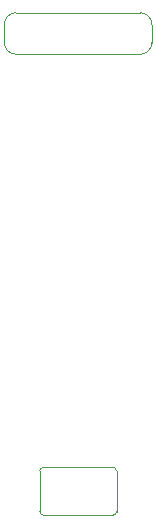
<source format=gbr>
%TF.GenerationSoftware,KiCad,Pcbnew,7.0.4*%
%TF.CreationDate,2023-06-28T13:03:42+02:00*%
%TF.ProjectId,pcb,7063622e-6b69-4636-9164-5f7063625858,rev?*%
%TF.SameCoordinates,Original*%
%TF.FileFunction,Other,User*%
%FSLAX46Y46*%
G04 Gerber Fmt 4.6, Leading zero omitted, Abs format (unit mm)*
G04 Created by KiCad (PCBNEW 7.0.4) date 2023-06-28 13:03:42*
%MOMM*%
%LPD*%
G01*
G04 APERTURE LIST*
%ADD10C,0.050000*%
%ADD11C,0.100000*%
G04 APERTURE END LIST*
D10*
%TO.C,J1*%
X132894000Y-99220000D02*
X132894000Y-95770000D01*
X133194000Y-99520000D02*
X139094000Y-99520000D01*
X139094000Y-95470000D02*
X133194000Y-95470000D01*
X139394000Y-99220000D02*
X139394000Y-95770000D01*
X133194000Y-95470000D02*
G75*
G03*
X132894000Y-95770000I0J-300000D01*
G01*
X132894000Y-99220000D02*
G75*
G03*
X133194000Y-99520000I300000J0D01*
G01*
X139394000Y-95770000D02*
G75*
G03*
X139094000Y-95470000I-300000J0D01*
G01*
X139094000Y-99520000D02*
G75*
G03*
X139394000Y-99220000I0J300000D01*
G01*
D11*
%TO.C,J2*%
X142394000Y-57996000D02*
X142394000Y-59505356D01*
X141394000Y-56979588D02*
X130894000Y-56979588D01*
X130894000Y-60505356D02*
X141394000Y-60505356D01*
X129894000Y-57996000D02*
X129894000Y-59505356D01*
X141394000Y-60505356D02*
G75*
G03*
X142394000Y-59505356I-3J1000003D01*
G01*
X142394000Y-57979588D02*
G75*
G03*
X141394000Y-56979588I-1000003J-3D01*
G01*
X129893994Y-59505356D02*
G75*
G03*
X130894000Y-60505356I1000016J16D01*
G01*
X130894000Y-56979590D02*
G75*
G03*
X129894000Y-57979588I20J-1000020D01*
G01*
%TD*%
M02*

</source>
